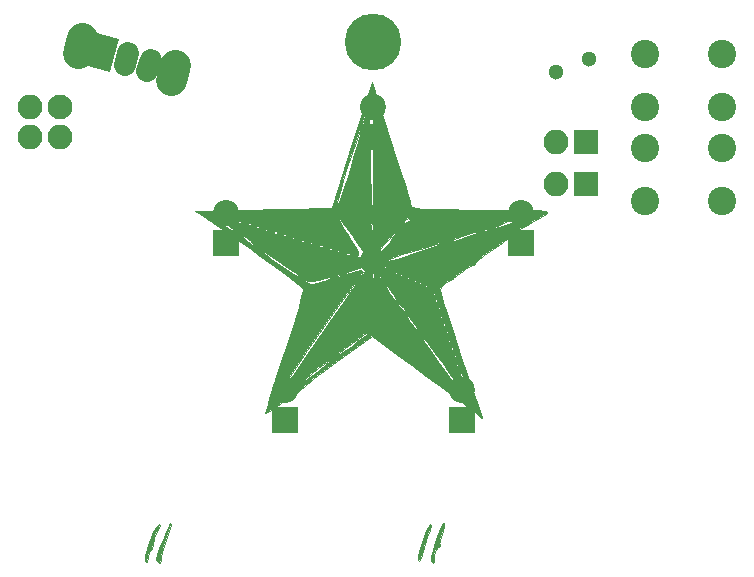
<source format=gbr>
G04 #@! TF.FileFunction,Soldermask,Top*
%FSLAX46Y46*%
G04 Gerber Fmt 4.6, Leading zero omitted, Abs format (unit mm)*
G04 Created by KiCad (PCBNEW 4.0.7) date 2018 September 05, Wednesday 09:20:39*
%MOMM*%
%LPD*%
G01*
G04 APERTURE LIST*
%ADD10C,0.100000*%
%ADD11C,0.010000*%
%ADD12C,1.300000*%
%ADD13C,2.400000*%
%ADD14C,2.100000*%
%ADD15O,2.100000X2.100000*%
%ADD16R,2.100000X2.100000*%
%ADD17C,4.800000*%
%ADD18C,1.000000*%
%ADD19C,1.900000*%
%ADD20C,2.600000*%
%ADD21R,2.200000X2.200000*%
%ADD22C,2.200000*%
G04 APERTURE END LIST*
D10*
D11*
G36*
X16900142Y4361087D02*
X16764957Y3958616D01*
X16720562Y3866302D01*
X16468095Y3246495D01*
X16341907Y2719800D01*
X16341663Y2716654D01*
X16245578Y2344172D01*
X16143588Y2257143D01*
X16001436Y2061214D01*
X15905439Y1633482D01*
X15818872Y1262399D01*
X15705656Y1331993D01*
X15698376Y1350000D01*
X15704827Y1731759D01*
X15854072Y2359983D01*
X16094777Y3091707D01*
X16375608Y3783967D01*
X16645229Y4293800D01*
X16820465Y4474977D01*
X16900142Y4361087D01*
X16900142Y4361087D01*
G37*
X16900142Y4361087D02*
X16764957Y3958616D01*
X16720562Y3866302D01*
X16468095Y3246495D01*
X16341907Y2719800D01*
X16341663Y2716654D01*
X16245578Y2344172D01*
X16143588Y2257143D01*
X16001436Y2061214D01*
X15905439Y1633482D01*
X15818872Y1262399D01*
X15705656Y1331993D01*
X15698376Y1350000D01*
X15704827Y1731759D01*
X15854072Y2359983D01*
X16094777Y3091707D01*
X16375608Y3783967D01*
X16645229Y4293800D01*
X16820465Y4474977D01*
X16900142Y4361087D01*
G36*
X17830356Y4332597D02*
X17702552Y3827791D01*
X17461188Y3119194D01*
X17456852Y3107589D01*
X17199600Y2343036D01*
X17044535Y1727289D01*
X17024128Y1406697D01*
X16971586Y1150552D01*
X16876042Y1123214D01*
X16647836Y1301871D01*
X16630310Y1406697D01*
X16704409Y1798725D01*
X16893745Y2415425D01*
X17148761Y3126571D01*
X17419898Y3801941D01*
X17657600Y4311310D01*
X17812308Y4524455D01*
X17817005Y4525000D01*
X17830356Y4332597D01*
X17830356Y4332597D01*
G37*
X17830356Y4332597D02*
X17702552Y3827791D01*
X17461188Y3119194D01*
X17456852Y3107589D01*
X17199600Y2343036D01*
X17044535Y1727289D01*
X17024128Y1406697D01*
X16971586Y1150552D01*
X16876042Y1123214D01*
X16647836Y1301871D01*
X16630310Y1406697D01*
X16704409Y1798725D01*
X16893745Y2415425D01*
X17148761Y3126571D01*
X17419898Y3801941D01*
X17657600Y4311310D01*
X17812308Y4524455D01*
X17817005Y4525000D01*
X17830356Y4332597D01*
G36*
X39880608Y4390234D02*
X39790601Y4043494D01*
X39759159Y3958036D01*
X39544750Y3320428D01*
X39304632Y2502967D01*
X39211783Y2155579D01*
X39032860Y1590773D01*
X38877936Y1324896D01*
X38807002Y1361829D01*
X38822332Y1738071D01*
X38972548Y2374925D01*
X39207441Y3118919D01*
X39476799Y3816581D01*
X39730413Y4314437D01*
X39804774Y4411607D01*
X39880608Y4390234D01*
X39880608Y4390234D01*
G37*
X39880608Y4390234D02*
X39790601Y4043494D01*
X39759159Y3958036D01*
X39544750Y3320428D01*
X39304632Y2502967D01*
X39211783Y2155579D01*
X39032860Y1590773D01*
X38877936Y1324896D01*
X38807002Y1361829D01*
X38822332Y1738071D01*
X38972548Y2374925D01*
X39207441Y3118919D01*
X39476799Y3816581D01*
X39730413Y4314437D01*
X39804774Y4411607D01*
X39880608Y4390234D01*
G36*
X40973648Y4336600D02*
X40863315Y3862307D01*
X40783036Y3617857D01*
X40621532Y3065116D01*
X40591797Y2741716D01*
X40623006Y2707242D01*
X40611454Y2610963D01*
X40471205Y2506248D01*
X40234348Y2147939D01*
X40159375Y1715971D01*
X40128722Y1230780D01*
X40019342Y1160891D01*
X39881281Y1341282D01*
X39884827Y1639940D01*
X40014033Y2207433D01*
X40224525Y2910616D01*
X40471929Y3616338D01*
X40711873Y4191454D01*
X40899981Y4502815D01*
X40942311Y4525000D01*
X40973648Y4336600D01*
X40973648Y4336600D01*
G37*
X40973648Y4336600D02*
X40863315Y3862307D01*
X40783036Y3617857D01*
X40621532Y3065116D01*
X40591797Y2741716D01*
X40623006Y2707242D01*
X40611454Y2610963D01*
X40471205Y2506248D01*
X40234348Y2147939D01*
X40159375Y1715971D01*
X40128722Y1230780D01*
X40019342Y1160891D01*
X39881281Y1341282D01*
X39884827Y1639940D01*
X40014033Y2207433D01*
X40224525Y2910616D01*
X40471929Y3616338D01*
X40711873Y4191454D01*
X40899981Y4502815D01*
X40942311Y4525000D01*
X40973648Y4336600D01*
G36*
X36407475Y37068750D02*
X36945157Y35426092D01*
X37358002Y34159241D01*
X37662845Y33213123D01*
X37876517Y32532667D01*
X38015850Y32062800D01*
X38097677Y31748447D01*
X38138829Y31534538D01*
X38156140Y31365998D01*
X38157648Y31342411D01*
X38264352Y31252415D01*
X38599269Y31182196D01*
X39203073Y31129813D01*
X40116435Y31093328D01*
X41380026Y31070800D01*
X43034518Y31060290D01*
X44102013Y31058929D01*
X45889393Y31057947D01*
X47269557Y31052620D01*
X48288858Y31039378D01*
X48993650Y31014649D01*
X49430287Y30974861D01*
X49645122Y30916443D01*
X49684510Y30835825D01*
X49594805Y30729435D01*
X49488173Y30643960D01*
X48952632Y30287094D01*
X48540884Y30080444D01*
X48156840Y29876696D01*
X47538727Y29481067D01*
X46770736Y28954985D01*
X45937057Y28359878D01*
X45121881Y27757174D01*
X44409397Y27208300D01*
X43883796Y26774685D01*
X43629268Y26517756D01*
X43617857Y26488449D01*
X43483582Y26361781D01*
X43429956Y26385790D01*
X43160979Y26321274D01*
X42719928Y26018260D01*
X42570891Y25888906D01*
X42106587Y25486205D01*
X41782890Y25243713D01*
X41737393Y25220579D01*
X41170973Y24916828D01*
X40769412Y24508309D01*
X40669643Y24232978D01*
X40739959Y23922944D01*
X40937513Y23247519D01*
X41242209Y22270289D01*
X41633952Y21054838D01*
X42092649Y19664753D01*
X42444149Y18617888D01*
X42933802Y17168023D01*
X43370329Y15872254D01*
X43734254Y14788651D01*
X44006103Y13975287D01*
X44166402Y13490233D01*
X44201738Y13376810D01*
X44037021Y13510595D01*
X43655264Y13829266D01*
X43586448Y13887078D01*
X43174143Y14214073D01*
X42488840Y14736669D01*
X41624535Y15383929D01*
X40675225Y16084915D01*
X40638234Y16112028D01*
X39535675Y16920262D01*
X38365501Y17778607D01*
X37281937Y18573908D01*
X36572784Y19094820D01*
X34857176Y20355761D01*
X31923677Y18218066D01*
X30901988Y17462752D01*
X29996901Y16773415D01*
X29278881Y16205290D01*
X28818396Y15813609D01*
X28696934Y15688846D01*
X28415244Y15409442D01*
X28279808Y15377308D01*
X28039254Y15305293D01*
X27665808Y15037130D01*
X27171730Y14649140D01*
X26607964Y14254299D01*
X26117013Y13947395D01*
X25841379Y13823217D01*
X25840854Y13823214D01*
X25880239Y14028217D01*
X26046450Y14603908D01*
X26185576Y15053581D01*
X26696501Y15053581D01*
X26830408Y15013851D01*
X27206029Y15183233D01*
X27709965Y15488664D01*
X28228814Y15857086D01*
X28649177Y16215437D01*
X28827312Y16426396D01*
X28752801Y16441858D01*
X28408419Y16226565D01*
X28113403Y16011473D01*
X27598842Y15648198D01*
X27253899Y15453966D01*
X27181962Y15444508D01*
X27282141Y15659464D01*
X27642474Y16233212D01*
X27897585Y16616697D01*
X29103571Y16616697D01*
X29261127Y16667061D01*
X29660011Y16921994D01*
X30189549Y17300020D01*
X30739067Y17719663D01*
X31197891Y18099448D01*
X31438367Y18335517D01*
X31410562Y18378090D01*
X31089584Y18184327D01*
X30541259Y17795099D01*
X30407589Y17695506D01*
X29770018Y17204172D01*
X29305418Y16821573D01*
X29105480Y16623565D01*
X29103571Y16616697D01*
X27897585Y16616697D01*
X28257124Y17157158D01*
X29120251Y18422705D01*
X29287193Y18664046D01*
X31825000Y18664046D01*
X31993872Y18737879D01*
X32440013Y19019193D01*
X33072709Y19450297D01*
X33181699Y19526856D01*
X33824914Y20000075D01*
X34275859Y20369883D01*
X34449443Y20565716D01*
X34446371Y20575653D01*
X34243088Y20492742D01*
X33797960Y20209324D01*
X33223784Y19807656D01*
X32633359Y19369996D01*
X32139483Y18978599D01*
X31854954Y18715723D01*
X31825000Y18664046D01*
X29287193Y18664046D01*
X30226018Y20021258D01*
X30628018Y20597044D01*
X38886833Y20597044D01*
X38935625Y20474806D01*
X39097958Y20210549D01*
X39406970Y19754752D01*
X39895797Y19057894D01*
X40597580Y18070453D01*
X41102803Y17362504D01*
X41783466Y16433595D01*
X42370389Y15678304D01*
X42816127Y15154134D01*
X43073233Y14918584D01*
X43115289Y14923547D01*
X43096803Y15271385D01*
X42956071Y15882791D01*
X42819563Y16331538D01*
X42593420Y16951079D01*
X42415375Y17329238D01*
X42346407Y17389860D01*
X42351530Y17137373D01*
X42484904Y16640990D01*
X42509127Y16569841D01*
X42653388Y16052068D01*
X42669456Y15751925D01*
X42660829Y15738806D01*
X42500191Y15874705D01*
X42130979Y16318496D01*
X41603718Y17005785D01*
X40968931Y17872178D01*
X40945206Y17905357D01*
X42030357Y17905357D01*
X42113334Y17718687D01*
X42181548Y17754167D01*
X42208689Y18023308D01*
X42181548Y18056548D01*
X42046724Y18025417D01*
X42030357Y17905357D01*
X40945206Y17905357D01*
X40783399Y18131632D01*
X40457239Y18585714D01*
X41803571Y18585714D01*
X41886549Y18399044D01*
X41954762Y18434524D01*
X41981904Y18703666D01*
X41954762Y18736905D01*
X41819938Y18705774D01*
X41803571Y18585714D01*
X40457239Y18585714D01*
X40127167Y19045240D01*
X39965089Y19266072D01*
X41576786Y19266072D01*
X41659763Y19079401D01*
X41727976Y19114881D01*
X41755118Y19384023D01*
X41727976Y19417262D01*
X41593152Y19386131D01*
X41576786Y19266072D01*
X39965089Y19266072D01*
X39566834Y19808696D01*
X39462366Y19946429D01*
X41350000Y19946429D01*
X41432977Y19759758D01*
X41501190Y19795238D01*
X41528332Y20064380D01*
X41501190Y20097619D01*
X41366367Y20066488D01*
X41350000Y19946429D01*
X39462366Y19946429D01*
X39153009Y20354291D01*
X38936303Y20614312D01*
X38918442Y20626786D01*
X41123214Y20626786D01*
X41206192Y20440116D01*
X41274405Y20475595D01*
X41301547Y20744737D01*
X41274405Y20777976D01*
X41139581Y20746846D01*
X41123214Y20626786D01*
X38918442Y20626786D01*
X38886833Y20597044D01*
X30628018Y20597044D01*
X31361298Y21647322D01*
X34603620Y21647322D01*
X34621875Y21180578D01*
X34673268Y21060110D01*
X34702248Y21134410D01*
X34744490Y21679021D01*
X34706825Y22041553D01*
X34667078Y22125179D01*
X37757307Y22125179D01*
X37855932Y21930804D01*
X38124104Y21540777D01*
X38461511Y21136451D01*
X38729139Y20879198D01*
X38783903Y20853572D01*
X38720656Y21012863D01*
X38524709Y21307143D01*
X40896429Y21307143D01*
X40979406Y21120473D01*
X41047619Y21155953D01*
X41074761Y21425094D01*
X41047619Y21458334D01*
X40912795Y21427203D01*
X40896429Y21307143D01*
X38524709Y21307143D01*
X38457456Y21408144D01*
X38365926Y21533929D01*
X38004836Y21987500D01*
X40669643Y21987500D01*
X40752620Y21800830D01*
X40820833Y21836310D01*
X40847975Y22105451D01*
X40820833Y22138691D01*
X40686009Y22107560D01*
X40669643Y21987500D01*
X38004836Y21987500D01*
X37996843Y21997539D01*
X37776858Y22207939D01*
X37757307Y22125179D01*
X34667078Y22125179D01*
X34647084Y22167244D01*
X34609503Y21894661D01*
X34603620Y21647322D01*
X31361298Y21647322D01*
X31568586Y21944220D01*
X32434723Y23178125D01*
X32953422Y23931960D01*
X33339251Y24524059D01*
X33407937Y24643178D01*
X34811374Y24643178D01*
X34818276Y24185277D01*
X34863337Y22554464D01*
X34890126Y23119706D01*
X37055927Y23119706D01*
X37112242Y23002266D01*
X37238929Y22837947D01*
X37569947Y22485368D01*
X37717705Y22486901D01*
X37721429Y22526696D01*
X37605865Y22667857D01*
X40442857Y22667857D01*
X40525834Y22481187D01*
X40594048Y22516667D01*
X40621189Y22785808D01*
X40594048Y22819048D01*
X40459224Y22787917D01*
X40442857Y22667857D01*
X37605865Y22667857D01*
X37566449Y22716003D01*
X37324554Y22923571D01*
X37055927Y23119706D01*
X34890126Y23119706D01*
X34941857Y24211203D01*
X34965446Y24708929D01*
X35989650Y24708929D01*
X36031035Y24548341D01*
X36275899Y24150252D01*
X36360714Y24028572D01*
X36704542Y23584547D01*
X36935304Y23356339D01*
X36958564Y23348214D01*
X40216071Y23348214D01*
X40299049Y23161544D01*
X40367262Y23197024D01*
X40394404Y23466166D01*
X40367262Y23499405D01*
X40232438Y23468274D01*
X40216071Y23348214D01*
X36958564Y23348214D01*
X36917179Y23508803D01*
X36672315Y23906891D01*
X36666539Y23915179D01*
X39989286Y23915179D01*
X40102679Y23801786D01*
X40216071Y23915179D01*
X40102679Y24028572D01*
X39989286Y23915179D01*
X36666539Y23915179D01*
X36587500Y24028572D01*
X36243672Y24472597D01*
X36119358Y24595536D01*
X39308929Y24595536D01*
X39422321Y24482143D01*
X39535714Y24595536D01*
X39422321Y24708929D01*
X39308929Y24595536D01*
X36119358Y24595536D01*
X36012910Y24700805D01*
X35989650Y24708929D01*
X34965446Y24708929D01*
X35020377Y25867941D01*
X35477220Y25345131D01*
X35934062Y24822322D01*
X38855357Y24822322D01*
X38968750Y24708929D01*
X39082143Y24822322D01*
X38968750Y24935714D01*
X38855357Y24822322D01*
X35934062Y24822322D01*
X35796016Y25049107D01*
X38401786Y25049107D01*
X38515179Y24935714D01*
X38628571Y25049107D01*
X38515179Y25162500D01*
X38401786Y25049107D01*
X35796016Y25049107D01*
X35634960Y25313691D01*
X37797024Y25313691D01*
X37828155Y25178867D01*
X37948214Y25162500D01*
X38134885Y25245478D01*
X38099405Y25313691D01*
X37830263Y25340833D01*
X37797024Y25313691D01*
X35634960Y25313691D01*
X35555617Y25444035D01*
X35510187Y25502679D01*
X37267857Y25502679D01*
X37381250Y25389286D01*
X37494643Y25502679D01*
X37381250Y25616072D01*
X37267857Y25502679D01*
X35510187Y25502679D01*
X35334500Y25729464D01*
X36814286Y25729464D01*
X36927679Y25616072D01*
X37041071Y25729464D01*
X36927679Y25842857D01*
X36814286Y25729464D01*
X35334500Y25729464D01*
X35221759Y25874995D01*
X34990000Y25891262D01*
X34854989Y25483702D01*
X34811374Y24643178D01*
X33407937Y24643178D01*
X33541362Y24874569D01*
X33553910Y24935714D01*
X33387512Y24757623D01*
X33009214Y24263274D01*
X32460574Y23512556D01*
X31783152Y22565359D01*
X31018504Y21481572D01*
X30208189Y20321084D01*
X29393766Y19143784D01*
X28616792Y18009560D01*
X27918826Y16978303D01*
X27341426Y16109900D01*
X26926150Y15464242D01*
X26714556Y15101217D01*
X26696501Y15053581D01*
X26185576Y15053581D01*
X26321006Y15491308D01*
X26685422Y16631440D01*
X27121216Y17965328D01*
X27442086Y18932545D01*
X27917240Y20383501D01*
X28331408Y21700479D01*
X28665949Y22819799D01*
X28902224Y23677783D01*
X29021591Y24210753D01*
X29028287Y24351218D01*
X28817771Y24564281D01*
X28298228Y24990341D01*
X27532767Y25583078D01*
X26584494Y26296176D01*
X25516517Y27083315D01*
X24644389Y27715256D01*
X25356451Y27715256D01*
X25361607Y27709247D01*
X25727137Y27382140D01*
X26338142Y26914775D01*
X27098662Y26371892D01*
X27912737Y25818232D01*
X28684406Y25318537D01*
X29317709Y24937547D01*
X29716685Y24740004D01*
X29783165Y24726182D01*
X30213709Y24815971D01*
X30823686Y25013607D01*
X30917857Y25049107D01*
X31411240Y25263801D01*
X31499363Y25359649D01*
X31216072Y25331437D01*
X30595213Y25173953D01*
X30427402Y25124656D01*
X29800930Y24980255D01*
X29362027Y25043042D01*
X28926984Y25307817D01*
X28602096Y25540476D01*
X31900595Y25540476D01*
X31931726Y25405653D01*
X32051786Y25389286D01*
X32238456Y25472263D01*
X32202976Y25540476D01*
X31933835Y25567618D01*
X31900595Y25540476D01*
X28602096Y25540476D01*
X28447796Y25650973D01*
X32621401Y25650973D01*
X32660683Y25632051D01*
X33062211Y25695849D01*
X33511129Y25837244D01*
X33971908Y25936362D01*
X34083915Y25771588D01*
X33922768Y25486542D01*
X33924703Y25463261D01*
X34167451Y25715537D01*
X34169685Y25717956D01*
X34408166Y26064575D01*
X34392273Y26183036D01*
X35907143Y26183036D01*
X36020536Y26069643D01*
X36133929Y26183036D01*
X36020536Y26296429D01*
X35907143Y26183036D01*
X34392273Y26183036D01*
X34385056Y26236827D01*
X34062438Y26206660D01*
X33499696Y26049858D01*
X33287692Y25976035D01*
X32804690Y25776178D01*
X32621401Y25650973D01*
X28447796Y25650973D01*
X28064712Y25925306D01*
X27215365Y26519575D01*
X27202882Y26528108D01*
X35453571Y26528108D01*
X35655278Y26541555D01*
X36206560Y26676366D01*
X37026658Y26910585D01*
X38034815Y27222258D01*
X38191287Y27272407D01*
X39213868Y27609224D01*
X40050201Y27899302D01*
X40621915Y28114358D01*
X40850637Y28226111D01*
X40850651Y28232087D01*
X40612411Y28205632D01*
X40049132Y28063588D01*
X39262007Y27837906D01*
X38352230Y27560533D01*
X37420994Y27263419D01*
X36569494Y26978513D01*
X35898924Y26737764D01*
X35510476Y26573122D01*
X35453571Y26528108D01*
X27202882Y26528108D01*
X26449403Y27043163D01*
X26125374Y27257792D01*
X32603718Y27257792D01*
X32826637Y27221476D01*
X33120781Y27263172D01*
X33124293Y27340588D01*
X32820765Y27394726D01*
X32689620Y27358492D01*
X32603718Y27257792D01*
X26125374Y27257792D01*
X25837289Y27448612D01*
X25622351Y27581548D01*
X31900595Y27581548D01*
X31931726Y27446724D01*
X32051786Y27430357D01*
X32238456Y27513335D01*
X32202976Y27581548D01*
X31933835Y27608690D01*
X31900595Y27581548D01*
X25622351Y27581548D01*
X25449484Y27688463D01*
X25356451Y27715256D01*
X24644389Y27715256D01*
X24515934Y27808334D01*
X31220238Y27808334D01*
X31251369Y27673510D01*
X31371429Y27657143D01*
X31558099Y27740120D01*
X31522619Y27808334D01*
X31253477Y27835475D01*
X31220238Y27808334D01*
X24515934Y27808334D01*
X24391942Y27898178D01*
X23273877Y28694446D01*
X23043772Y28854958D01*
X23844297Y28854958D01*
X24023240Y28644712D01*
X24227679Y28464008D01*
X24761484Y28033813D01*
X24993088Y27903199D01*
X24976549Y27938149D01*
X30335861Y27938149D01*
X30558780Y27901833D01*
X30852924Y27943529D01*
X30856436Y28020945D01*
X30552908Y28075083D01*
X30421763Y28038849D01*
X30335861Y27938149D01*
X24976549Y27938149D01*
X24910883Y28076910D01*
X24784367Y28236489D01*
X24755158Y28261905D01*
X29632738Y28261905D01*
X29663869Y28127081D01*
X29783929Y28110714D01*
X29970599Y28193692D01*
X29935119Y28261905D01*
X29665977Y28289047D01*
X29632738Y28261905D01*
X24755158Y28261905D01*
X24605963Y28391721D01*
X28748361Y28391721D01*
X28971280Y28355404D01*
X29265424Y28397100D01*
X29268936Y28474517D01*
X28965408Y28528654D01*
X28834263Y28492421D01*
X28748361Y28391721D01*
X24605963Y28391721D01*
X24335238Y28627281D01*
X24187267Y28715476D01*
X28045238Y28715476D01*
X28076369Y28580653D01*
X28196429Y28564286D01*
X28383099Y28647263D01*
X28347619Y28715476D01*
X28078477Y28742618D01*
X28045238Y28715476D01*
X24187267Y28715476D01*
X24019545Y28815442D01*
X23844297Y28854958D01*
X23043772Y28854958D01*
X22918616Y28942262D01*
X27364881Y28942262D01*
X27396012Y28807438D01*
X27516071Y28791072D01*
X27702742Y28874049D01*
X27667262Y28942262D01*
X27398120Y28969404D01*
X27364881Y28942262D01*
X22918616Y28942262D01*
X22225428Y29425801D01*
X21309703Y30045924D01*
X20939286Y30288248D01*
X20799045Y30378572D01*
X21757899Y30378572D01*
X21791381Y30259435D01*
X22115279Y29954281D01*
X22429690Y29704524D01*
X23056521Y29251337D01*
X23378266Y29061636D01*
X23377975Y29072078D01*
X26480504Y29072078D01*
X26703423Y29035761D01*
X26997567Y29077457D01*
X27001079Y29154874D01*
X26697551Y29209011D01*
X26566406Y29172778D01*
X26480504Y29072078D01*
X23377975Y29072078D01*
X23376208Y29135256D01*
X23109597Y29395834D01*
X25777381Y29395834D01*
X25808512Y29261010D01*
X25928571Y29244643D01*
X26115242Y29327620D01*
X26079762Y29395834D01*
X25810620Y29422975D01*
X25777381Y29395834D01*
X23109597Y29395834D01*
X23031632Y29472034D01*
X22859235Y29622619D01*
X25097024Y29622619D01*
X25128155Y29487795D01*
X25248214Y29471429D01*
X25434885Y29554406D01*
X25399405Y29622619D01*
X25130263Y29649761D01*
X25097024Y29622619D01*
X22859235Y29622619D01*
X22762138Y29707431D01*
X22704531Y29752435D01*
X24212647Y29752435D01*
X24435565Y29716119D01*
X24729710Y29757815D01*
X24733222Y29835231D01*
X24429694Y29889369D01*
X24298549Y29853135D01*
X24212647Y29752435D01*
X22704531Y29752435D01*
X22290103Y30076191D01*
X23509524Y30076191D01*
X23540655Y29941367D01*
X23660714Y29925000D01*
X23847385Y30007978D01*
X23811905Y30076191D01*
X23542763Y30103333D01*
X23509524Y30076191D01*
X22290103Y30076191D01*
X22244372Y30111916D01*
X22090043Y30206006D01*
X22625147Y30206006D01*
X22848065Y30169690D01*
X23142210Y30211386D01*
X23145722Y30288802D01*
X22842194Y30342940D01*
X22711049Y30306706D01*
X22625147Y30206006D01*
X22090043Y30206006D01*
X21852304Y30350948D01*
X21757899Y30378572D01*
X20799045Y30378572D01*
X20541963Y30544149D01*
X31902945Y30544149D01*
X32094471Y30164294D01*
X32468291Y29543038D01*
X32946044Y28810174D01*
X32980212Y28759730D01*
X33462219Y28014452D01*
X33693791Y27544390D01*
X33706352Y27269397D01*
X33609259Y27155349D01*
X33448581Y27008453D01*
X33686405Y27058597D01*
X33695982Y27061668D01*
X34023772Y27070910D01*
X34092857Y26969668D01*
X34265651Y26756332D01*
X34319643Y26750000D01*
X34540565Y26819312D01*
X34546429Y26839513D01*
X34425310Y27050838D01*
X34259155Y27305605D01*
X35326005Y27305605D01*
X35376137Y27269421D01*
X35376334Y27269542D01*
X35647310Y27519113D01*
X36100656Y28014404D01*
X36388976Y28354070D01*
X41479690Y28354070D01*
X41822690Y28413125D01*
X42423502Y28581998D01*
X42795999Y28703185D01*
X43390138Y28926458D01*
X43739212Y29098706D01*
X43782057Y29156038D01*
X43539560Y29133674D01*
X43002091Y28985782D01*
X42465748Y28806923D01*
X41852956Y28573761D01*
X41503559Y28409077D01*
X41479690Y28354070D01*
X36388976Y28354070D01*
X36616126Y28621672D01*
X37019244Y29136019D01*
X37184498Y29395834D01*
X44373809Y29395834D01*
X44404940Y29261010D01*
X44525000Y29244643D01*
X44711670Y29327620D01*
X44676190Y29395834D01*
X44407049Y29422975D01*
X44373809Y29395834D01*
X37184498Y29395834D01*
X37193208Y29409527D01*
X37108513Y29393821D01*
X37065252Y29358036D01*
X36696726Y29000539D01*
X36265144Y28525790D01*
X35843902Y28024546D01*
X35506391Y27587566D01*
X35326005Y27305605D01*
X34259155Y27305605D01*
X34097423Y27553590D01*
X33615971Y28267521D01*
X33155652Y28937281D01*
X32697355Y29584822D01*
X34838078Y29584822D01*
X34852489Y29046993D01*
X34892911Y28850403D01*
X34932856Y28958043D01*
X34971471Y29546369D01*
X45168821Y29546369D01*
X45205357Y29506582D01*
X45602649Y29581658D01*
X46246181Y29773663D01*
X46679464Y29925000D01*
X47239169Y30151684D01*
X47509750Y30303631D01*
X47473214Y30343418D01*
X47075922Y30268343D01*
X46432390Y30076338D01*
X45999107Y29925000D01*
X45439402Y29698316D01*
X45168821Y29546369D01*
X34971471Y29546369D01*
X34973693Y29580211D01*
X34935951Y30091971D01*
X34916203Y30151786D01*
X37608036Y30151786D01*
X37618403Y29942473D01*
X37694660Y29925000D01*
X38015262Y30090498D01*
X38061607Y30151786D01*
X38051240Y30361099D01*
X37974983Y30378572D01*
X37654381Y30213074D01*
X37608036Y30151786D01*
X34916203Y30151786D01*
X34883991Y30249350D01*
X34848280Y30004236D01*
X34838078Y29584822D01*
X32697355Y29584822D01*
X32612276Y29705031D01*
X32193852Y30263432D01*
X31945291Y30554874D01*
X31902945Y30544149D01*
X20541963Y30544149D01*
X20237911Y30739977D01*
X44420193Y30739977D01*
X44558858Y30713371D01*
X45071084Y30695535D01*
X45885714Y30689260D01*
X46721659Y30695933D01*
X47222790Y30714086D01*
X47349107Y30740921D01*
X47076339Y30772553D01*
X46080509Y30806131D01*
X45016727Y30790145D01*
X44695089Y30772553D01*
X44420193Y30739977D01*
X20237911Y30739977D01*
X19918750Y30945536D01*
X31447430Y31172322D01*
X31462745Y31220345D01*
X31806266Y31220345D01*
X31808296Y31058929D01*
X31920503Y31265172D01*
X32141417Y31840557D01*
X32448476Y32720062D01*
X32819120Y33838669D01*
X33230785Y35131356D01*
X33313271Y35396091D01*
X34659821Y39733254D01*
X34721312Y35282698D01*
X34745424Y33917843D01*
X34776592Y32722313D01*
X34812196Y31764643D01*
X34849617Y31113368D01*
X34886236Y30837023D01*
X34891401Y30832143D01*
X34923864Y31047807D01*
X34952454Y31650327D01*
X34975630Y32572993D01*
X34991850Y33749094D01*
X34999571Y35111920D01*
X35000000Y35529847D01*
X34996462Y37110688D01*
X34983424Y38287770D01*
X34957248Y39110867D01*
X34914296Y39629754D01*
X34850929Y39894206D01*
X34763511Y39953996D01*
X34680933Y39895472D01*
X34524332Y39599480D01*
X34272116Y38971816D01*
X33949234Y38089232D01*
X33580638Y37028476D01*
X33191277Y35866299D01*
X32806102Y34679451D01*
X32450063Y33544682D01*
X32148111Y32538741D01*
X31925195Y31738379D01*
X31806266Y31220345D01*
X31462745Y31220345D01*
X31736741Y32079464D01*
X31894222Y32573216D01*
X32163181Y33416450D01*
X32517258Y34526528D01*
X32930095Y35820810D01*
X33375333Y37216659D01*
X33436662Y37408929D01*
X34847271Y41831250D01*
X36407475Y37068750D01*
X36407475Y37068750D01*
G37*
X36407475Y37068750D02*
X36945157Y35426092D01*
X37358002Y34159241D01*
X37662845Y33213123D01*
X37876517Y32532667D01*
X38015850Y32062800D01*
X38097677Y31748447D01*
X38138829Y31534538D01*
X38156140Y31365998D01*
X38157648Y31342411D01*
X38264352Y31252415D01*
X38599269Y31182196D01*
X39203073Y31129813D01*
X40116435Y31093328D01*
X41380026Y31070800D01*
X43034518Y31060290D01*
X44102013Y31058929D01*
X45889393Y31057947D01*
X47269557Y31052620D01*
X48288858Y31039378D01*
X48993650Y31014649D01*
X49430287Y30974861D01*
X49645122Y30916443D01*
X49684510Y30835825D01*
X49594805Y30729435D01*
X49488173Y30643960D01*
X48952632Y30287094D01*
X48540884Y30080444D01*
X48156840Y29876696D01*
X47538727Y29481067D01*
X46770736Y28954985D01*
X45937057Y28359878D01*
X45121881Y27757174D01*
X44409397Y27208300D01*
X43883796Y26774685D01*
X43629268Y26517756D01*
X43617857Y26488449D01*
X43483582Y26361781D01*
X43429956Y26385790D01*
X43160979Y26321274D01*
X42719928Y26018260D01*
X42570891Y25888906D01*
X42106587Y25486205D01*
X41782890Y25243713D01*
X41737393Y25220579D01*
X41170973Y24916828D01*
X40769412Y24508309D01*
X40669643Y24232978D01*
X40739959Y23922944D01*
X40937513Y23247519D01*
X41242209Y22270289D01*
X41633952Y21054838D01*
X42092649Y19664753D01*
X42444149Y18617888D01*
X42933802Y17168023D01*
X43370329Y15872254D01*
X43734254Y14788651D01*
X44006103Y13975287D01*
X44166402Y13490233D01*
X44201738Y13376810D01*
X44037021Y13510595D01*
X43655264Y13829266D01*
X43586448Y13887078D01*
X43174143Y14214073D01*
X42488840Y14736669D01*
X41624535Y15383929D01*
X40675225Y16084915D01*
X40638234Y16112028D01*
X39535675Y16920262D01*
X38365501Y17778607D01*
X37281937Y18573908D01*
X36572784Y19094820D01*
X34857176Y20355761D01*
X31923677Y18218066D01*
X30901988Y17462752D01*
X29996901Y16773415D01*
X29278881Y16205290D01*
X28818396Y15813609D01*
X28696934Y15688846D01*
X28415244Y15409442D01*
X28279808Y15377308D01*
X28039254Y15305293D01*
X27665808Y15037130D01*
X27171730Y14649140D01*
X26607964Y14254299D01*
X26117013Y13947395D01*
X25841379Y13823217D01*
X25840854Y13823214D01*
X25880239Y14028217D01*
X26046450Y14603908D01*
X26185576Y15053581D01*
X26696501Y15053581D01*
X26830408Y15013851D01*
X27206029Y15183233D01*
X27709965Y15488664D01*
X28228814Y15857086D01*
X28649177Y16215437D01*
X28827312Y16426396D01*
X28752801Y16441858D01*
X28408419Y16226565D01*
X28113403Y16011473D01*
X27598842Y15648198D01*
X27253899Y15453966D01*
X27181962Y15444508D01*
X27282141Y15659464D01*
X27642474Y16233212D01*
X27897585Y16616697D01*
X29103571Y16616697D01*
X29261127Y16667061D01*
X29660011Y16921994D01*
X30189549Y17300020D01*
X30739067Y17719663D01*
X31197891Y18099448D01*
X31438367Y18335517D01*
X31410562Y18378090D01*
X31089584Y18184327D01*
X30541259Y17795099D01*
X30407589Y17695506D01*
X29770018Y17204172D01*
X29305418Y16821573D01*
X29105480Y16623565D01*
X29103571Y16616697D01*
X27897585Y16616697D01*
X28257124Y17157158D01*
X29120251Y18422705D01*
X29287193Y18664046D01*
X31825000Y18664046D01*
X31993872Y18737879D01*
X32440013Y19019193D01*
X33072709Y19450297D01*
X33181699Y19526856D01*
X33824914Y20000075D01*
X34275859Y20369883D01*
X34449443Y20565716D01*
X34446371Y20575653D01*
X34243088Y20492742D01*
X33797960Y20209324D01*
X33223784Y19807656D01*
X32633359Y19369996D01*
X32139483Y18978599D01*
X31854954Y18715723D01*
X31825000Y18664046D01*
X29287193Y18664046D01*
X30226018Y20021258D01*
X30628018Y20597044D01*
X38886833Y20597044D01*
X38935625Y20474806D01*
X39097958Y20210549D01*
X39406970Y19754752D01*
X39895797Y19057894D01*
X40597580Y18070453D01*
X41102803Y17362504D01*
X41783466Y16433595D01*
X42370389Y15678304D01*
X42816127Y15154134D01*
X43073233Y14918584D01*
X43115289Y14923547D01*
X43096803Y15271385D01*
X42956071Y15882791D01*
X42819563Y16331538D01*
X42593420Y16951079D01*
X42415375Y17329238D01*
X42346407Y17389860D01*
X42351530Y17137373D01*
X42484904Y16640990D01*
X42509127Y16569841D01*
X42653388Y16052068D01*
X42669456Y15751925D01*
X42660829Y15738806D01*
X42500191Y15874705D01*
X42130979Y16318496D01*
X41603718Y17005785D01*
X40968931Y17872178D01*
X40945206Y17905357D01*
X42030357Y17905357D01*
X42113334Y17718687D01*
X42181548Y17754167D01*
X42208689Y18023308D01*
X42181548Y18056548D01*
X42046724Y18025417D01*
X42030357Y17905357D01*
X40945206Y17905357D01*
X40783399Y18131632D01*
X40457239Y18585714D01*
X41803571Y18585714D01*
X41886549Y18399044D01*
X41954762Y18434524D01*
X41981904Y18703666D01*
X41954762Y18736905D01*
X41819938Y18705774D01*
X41803571Y18585714D01*
X40457239Y18585714D01*
X40127167Y19045240D01*
X39965089Y19266072D01*
X41576786Y19266072D01*
X41659763Y19079401D01*
X41727976Y19114881D01*
X41755118Y19384023D01*
X41727976Y19417262D01*
X41593152Y19386131D01*
X41576786Y19266072D01*
X39965089Y19266072D01*
X39566834Y19808696D01*
X39462366Y19946429D01*
X41350000Y19946429D01*
X41432977Y19759758D01*
X41501190Y19795238D01*
X41528332Y20064380D01*
X41501190Y20097619D01*
X41366367Y20066488D01*
X41350000Y19946429D01*
X39462366Y19946429D01*
X39153009Y20354291D01*
X38936303Y20614312D01*
X38918442Y20626786D01*
X41123214Y20626786D01*
X41206192Y20440116D01*
X41274405Y20475595D01*
X41301547Y20744737D01*
X41274405Y20777976D01*
X41139581Y20746846D01*
X41123214Y20626786D01*
X38918442Y20626786D01*
X38886833Y20597044D01*
X30628018Y20597044D01*
X31361298Y21647322D01*
X34603620Y21647322D01*
X34621875Y21180578D01*
X34673268Y21060110D01*
X34702248Y21134410D01*
X34744490Y21679021D01*
X34706825Y22041553D01*
X34667078Y22125179D01*
X37757307Y22125179D01*
X37855932Y21930804D01*
X38124104Y21540777D01*
X38461511Y21136451D01*
X38729139Y20879198D01*
X38783903Y20853572D01*
X38720656Y21012863D01*
X38524709Y21307143D01*
X40896429Y21307143D01*
X40979406Y21120473D01*
X41047619Y21155953D01*
X41074761Y21425094D01*
X41047619Y21458334D01*
X40912795Y21427203D01*
X40896429Y21307143D01*
X38524709Y21307143D01*
X38457456Y21408144D01*
X38365926Y21533929D01*
X38004836Y21987500D01*
X40669643Y21987500D01*
X40752620Y21800830D01*
X40820833Y21836310D01*
X40847975Y22105451D01*
X40820833Y22138691D01*
X40686009Y22107560D01*
X40669643Y21987500D01*
X38004836Y21987500D01*
X37996843Y21997539D01*
X37776858Y22207939D01*
X37757307Y22125179D01*
X34667078Y22125179D01*
X34647084Y22167244D01*
X34609503Y21894661D01*
X34603620Y21647322D01*
X31361298Y21647322D01*
X31568586Y21944220D01*
X32434723Y23178125D01*
X32953422Y23931960D01*
X33339251Y24524059D01*
X33407937Y24643178D01*
X34811374Y24643178D01*
X34818276Y24185277D01*
X34863337Y22554464D01*
X34890126Y23119706D01*
X37055927Y23119706D01*
X37112242Y23002266D01*
X37238929Y22837947D01*
X37569947Y22485368D01*
X37717705Y22486901D01*
X37721429Y22526696D01*
X37605865Y22667857D01*
X40442857Y22667857D01*
X40525834Y22481187D01*
X40594048Y22516667D01*
X40621189Y22785808D01*
X40594048Y22819048D01*
X40459224Y22787917D01*
X40442857Y22667857D01*
X37605865Y22667857D01*
X37566449Y22716003D01*
X37324554Y22923571D01*
X37055927Y23119706D01*
X34890126Y23119706D01*
X34941857Y24211203D01*
X34965446Y24708929D01*
X35989650Y24708929D01*
X36031035Y24548341D01*
X36275899Y24150252D01*
X36360714Y24028572D01*
X36704542Y23584547D01*
X36935304Y23356339D01*
X36958564Y23348214D01*
X40216071Y23348214D01*
X40299049Y23161544D01*
X40367262Y23197024D01*
X40394404Y23466166D01*
X40367262Y23499405D01*
X40232438Y23468274D01*
X40216071Y23348214D01*
X36958564Y23348214D01*
X36917179Y23508803D01*
X36672315Y23906891D01*
X36666539Y23915179D01*
X39989286Y23915179D01*
X40102679Y23801786D01*
X40216071Y23915179D01*
X40102679Y24028572D01*
X39989286Y23915179D01*
X36666539Y23915179D01*
X36587500Y24028572D01*
X36243672Y24472597D01*
X36119358Y24595536D01*
X39308929Y24595536D01*
X39422321Y24482143D01*
X39535714Y24595536D01*
X39422321Y24708929D01*
X39308929Y24595536D01*
X36119358Y24595536D01*
X36012910Y24700805D01*
X35989650Y24708929D01*
X34965446Y24708929D01*
X35020377Y25867941D01*
X35477220Y25345131D01*
X35934062Y24822322D01*
X38855357Y24822322D01*
X38968750Y24708929D01*
X39082143Y24822322D01*
X38968750Y24935714D01*
X38855357Y24822322D01*
X35934062Y24822322D01*
X35796016Y25049107D01*
X38401786Y25049107D01*
X38515179Y24935714D01*
X38628571Y25049107D01*
X38515179Y25162500D01*
X38401786Y25049107D01*
X35796016Y25049107D01*
X35634960Y25313691D01*
X37797024Y25313691D01*
X37828155Y25178867D01*
X37948214Y25162500D01*
X38134885Y25245478D01*
X38099405Y25313691D01*
X37830263Y25340833D01*
X37797024Y25313691D01*
X35634960Y25313691D01*
X35555617Y25444035D01*
X35510187Y25502679D01*
X37267857Y25502679D01*
X37381250Y25389286D01*
X37494643Y25502679D01*
X37381250Y25616072D01*
X37267857Y25502679D01*
X35510187Y25502679D01*
X35334500Y25729464D01*
X36814286Y25729464D01*
X36927679Y25616072D01*
X37041071Y25729464D01*
X36927679Y25842857D01*
X36814286Y25729464D01*
X35334500Y25729464D01*
X35221759Y25874995D01*
X34990000Y25891262D01*
X34854989Y25483702D01*
X34811374Y24643178D01*
X33407937Y24643178D01*
X33541362Y24874569D01*
X33553910Y24935714D01*
X33387512Y24757623D01*
X33009214Y24263274D01*
X32460574Y23512556D01*
X31783152Y22565359D01*
X31018504Y21481572D01*
X30208189Y20321084D01*
X29393766Y19143784D01*
X28616792Y18009560D01*
X27918826Y16978303D01*
X27341426Y16109900D01*
X26926150Y15464242D01*
X26714556Y15101217D01*
X26696501Y15053581D01*
X26185576Y15053581D01*
X26321006Y15491308D01*
X26685422Y16631440D01*
X27121216Y17965328D01*
X27442086Y18932545D01*
X27917240Y20383501D01*
X28331408Y21700479D01*
X28665949Y22819799D01*
X28902224Y23677783D01*
X29021591Y24210753D01*
X29028287Y24351218D01*
X28817771Y24564281D01*
X28298228Y24990341D01*
X27532767Y25583078D01*
X26584494Y26296176D01*
X25516517Y27083315D01*
X24644389Y27715256D01*
X25356451Y27715256D01*
X25361607Y27709247D01*
X25727137Y27382140D01*
X26338142Y26914775D01*
X27098662Y26371892D01*
X27912737Y25818232D01*
X28684406Y25318537D01*
X29317709Y24937547D01*
X29716685Y24740004D01*
X29783165Y24726182D01*
X30213709Y24815971D01*
X30823686Y25013607D01*
X30917857Y25049107D01*
X31411240Y25263801D01*
X31499363Y25359649D01*
X31216072Y25331437D01*
X30595213Y25173953D01*
X30427402Y25124656D01*
X29800930Y24980255D01*
X29362027Y25043042D01*
X28926984Y25307817D01*
X28602096Y25540476D01*
X31900595Y25540476D01*
X31931726Y25405653D01*
X32051786Y25389286D01*
X32238456Y25472263D01*
X32202976Y25540476D01*
X31933835Y25567618D01*
X31900595Y25540476D01*
X28602096Y25540476D01*
X28447796Y25650973D01*
X32621401Y25650973D01*
X32660683Y25632051D01*
X33062211Y25695849D01*
X33511129Y25837244D01*
X33971908Y25936362D01*
X34083915Y25771588D01*
X33922768Y25486542D01*
X33924703Y25463261D01*
X34167451Y25715537D01*
X34169685Y25717956D01*
X34408166Y26064575D01*
X34392273Y26183036D01*
X35907143Y26183036D01*
X36020536Y26069643D01*
X36133929Y26183036D01*
X36020536Y26296429D01*
X35907143Y26183036D01*
X34392273Y26183036D01*
X34385056Y26236827D01*
X34062438Y26206660D01*
X33499696Y26049858D01*
X33287692Y25976035D01*
X32804690Y25776178D01*
X32621401Y25650973D01*
X28447796Y25650973D01*
X28064712Y25925306D01*
X27215365Y26519575D01*
X27202882Y26528108D01*
X35453571Y26528108D01*
X35655278Y26541555D01*
X36206560Y26676366D01*
X37026658Y26910585D01*
X38034815Y27222258D01*
X38191287Y27272407D01*
X39213868Y27609224D01*
X40050201Y27899302D01*
X40621915Y28114358D01*
X40850637Y28226111D01*
X40850651Y28232087D01*
X40612411Y28205632D01*
X40049132Y28063588D01*
X39262007Y27837906D01*
X38352230Y27560533D01*
X37420994Y27263419D01*
X36569494Y26978513D01*
X35898924Y26737764D01*
X35510476Y26573122D01*
X35453571Y26528108D01*
X27202882Y26528108D01*
X26449403Y27043163D01*
X26125374Y27257792D01*
X32603718Y27257792D01*
X32826637Y27221476D01*
X33120781Y27263172D01*
X33124293Y27340588D01*
X32820765Y27394726D01*
X32689620Y27358492D01*
X32603718Y27257792D01*
X26125374Y27257792D01*
X25837289Y27448612D01*
X25622351Y27581548D01*
X31900595Y27581548D01*
X31931726Y27446724D01*
X32051786Y27430357D01*
X32238456Y27513335D01*
X32202976Y27581548D01*
X31933835Y27608690D01*
X31900595Y27581548D01*
X25622351Y27581548D01*
X25449484Y27688463D01*
X25356451Y27715256D01*
X24644389Y27715256D01*
X24515934Y27808334D01*
X31220238Y27808334D01*
X31251369Y27673510D01*
X31371429Y27657143D01*
X31558099Y27740120D01*
X31522619Y27808334D01*
X31253477Y27835475D01*
X31220238Y27808334D01*
X24515934Y27808334D01*
X24391942Y27898178D01*
X23273877Y28694446D01*
X23043772Y28854958D01*
X23844297Y28854958D01*
X24023240Y28644712D01*
X24227679Y28464008D01*
X24761484Y28033813D01*
X24993088Y27903199D01*
X24976549Y27938149D01*
X30335861Y27938149D01*
X30558780Y27901833D01*
X30852924Y27943529D01*
X30856436Y28020945D01*
X30552908Y28075083D01*
X30421763Y28038849D01*
X30335861Y27938149D01*
X24976549Y27938149D01*
X24910883Y28076910D01*
X24784367Y28236489D01*
X24755158Y28261905D01*
X29632738Y28261905D01*
X29663869Y28127081D01*
X29783929Y28110714D01*
X29970599Y28193692D01*
X29935119Y28261905D01*
X29665977Y28289047D01*
X29632738Y28261905D01*
X24755158Y28261905D01*
X24605963Y28391721D01*
X28748361Y28391721D01*
X28971280Y28355404D01*
X29265424Y28397100D01*
X29268936Y28474517D01*
X28965408Y28528654D01*
X28834263Y28492421D01*
X28748361Y28391721D01*
X24605963Y28391721D01*
X24335238Y28627281D01*
X24187267Y28715476D01*
X28045238Y28715476D01*
X28076369Y28580653D01*
X28196429Y28564286D01*
X28383099Y28647263D01*
X28347619Y28715476D01*
X28078477Y28742618D01*
X28045238Y28715476D01*
X24187267Y28715476D01*
X24019545Y28815442D01*
X23844297Y28854958D01*
X23043772Y28854958D01*
X22918616Y28942262D01*
X27364881Y28942262D01*
X27396012Y28807438D01*
X27516071Y28791072D01*
X27702742Y28874049D01*
X27667262Y28942262D01*
X27398120Y28969404D01*
X27364881Y28942262D01*
X22918616Y28942262D01*
X22225428Y29425801D01*
X21309703Y30045924D01*
X20939286Y30288248D01*
X20799045Y30378572D01*
X21757899Y30378572D01*
X21791381Y30259435D01*
X22115279Y29954281D01*
X22429690Y29704524D01*
X23056521Y29251337D01*
X23378266Y29061636D01*
X23377975Y29072078D01*
X26480504Y29072078D01*
X26703423Y29035761D01*
X26997567Y29077457D01*
X27001079Y29154874D01*
X26697551Y29209011D01*
X26566406Y29172778D01*
X26480504Y29072078D01*
X23377975Y29072078D01*
X23376208Y29135256D01*
X23109597Y29395834D01*
X25777381Y29395834D01*
X25808512Y29261010D01*
X25928571Y29244643D01*
X26115242Y29327620D01*
X26079762Y29395834D01*
X25810620Y29422975D01*
X25777381Y29395834D01*
X23109597Y29395834D01*
X23031632Y29472034D01*
X22859235Y29622619D01*
X25097024Y29622619D01*
X25128155Y29487795D01*
X25248214Y29471429D01*
X25434885Y29554406D01*
X25399405Y29622619D01*
X25130263Y29649761D01*
X25097024Y29622619D01*
X22859235Y29622619D01*
X22762138Y29707431D01*
X22704531Y29752435D01*
X24212647Y29752435D01*
X24435565Y29716119D01*
X24729710Y29757815D01*
X24733222Y29835231D01*
X24429694Y29889369D01*
X24298549Y29853135D01*
X24212647Y29752435D01*
X22704531Y29752435D01*
X22290103Y30076191D01*
X23509524Y30076191D01*
X23540655Y29941367D01*
X23660714Y29925000D01*
X23847385Y30007978D01*
X23811905Y30076191D01*
X23542763Y30103333D01*
X23509524Y30076191D01*
X22290103Y30076191D01*
X22244372Y30111916D01*
X22090043Y30206006D01*
X22625147Y30206006D01*
X22848065Y30169690D01*
X23142210Y30211386D01*
X23145722Y30288802D01*
X22842194Y30342940D01*
X22711049Y30306706D01*
X22625147Y30206006D01*
X22090043Y30206006D01*
X21852304Y30350948D01*
X21757899Y30378572D01*
X20799045Y30378572D01*
X20541963Y30544149D01*
X31902945Y30544149D01*
X32094471Y30164294D01*
X32468291Y29543038D01*
X32946044Y28810174D01*
X32980212Y28759730D01*
X33462219Y28014452D01*
X33693791Y27544390D01*
X33706352Y27269397D01*
X33609259Y27155349D01*
X33448581Y27008453D01*
X33686405Y27058597D01*
X33695982Y27061668D01*
X34023772Y27070910D01*
X34092857Y26969668D01*
X34265651Y26756332D01*
X34319643Y26750000D01*
X34540565Y26819312D01*
X34546429Y26839513D01*
X34425310Y27050838D01*
X34259155Y27305605D01*
X35326005Y27305605D01*
X35376137Y27269421D01*
X35376334Y27269542D01*
X35647310Y27519113D01*
X36100656Y28014404D01*
X36388976Y28354070D01*
X41479690Y28354070D01*
X41822690Y28413125D01*
X42423502Y28581998D01*
X42795999Y28703185D01*
X43390138Y28926458D01*
X43739212Y29098706D01*
X43782057Y29156038D01*
X43539560Y29133674D01*
X43002091Y28985782D01*
X42465748Y28806923D01*
X41852956Y28573761D01*
X41503559Y28409077D01*
X41479690Y28354070D01*
X36388976Y28354070D01*
X36616126Y28621672D01*
X37019244Y29136019D01*
X37184498Y29395834D01*
X44373809Y29395834D01*
X44404940Y29261010D01*
X44525000Y29244643D01*
X44711670Y29327620D01*
X44676190Y29395834D01*
X44407049Y29422975D01*
X44373809Y29395834D01*
X37184498Y29395834D01*
X37193208Y29409527D01*
X37108513Y29393821D01*
X37065252Y29358036D01*
X36696726Y29000539D01*
X36265144Y28525790D01*
X35843902Y28024546D01*
X35506391Y27587566D01*
X35326005Y27305605D01*
X34259155Y27305605D01*
X34097423Y27553590D01*
X33615971Y28267521D01*
X33155652Y28937281D01*
X32697355Y29584822D01*
X34838078Y29584822D01*
X34852489Y29046993D01*
X34892911Y28850403D01*
X34932856Y28958043D01*
X34971471Y29546369D01*
X45168821Y29546369D01*
X45205357Y29506582D01*
X45602649Y29581658D01*
X46246181Y29773663D01*
X46679464Y29925000D01*
X47239169Y30151684D01*
X47509750Y30303631D01*
X47473214Y30343418D01*
X47075922Y30268343D01*
X46432390Y30076338D01*
X45999107Y29925000D01*
X45439402Y29698316D01*
X45168821Y29546369D01*
X34971471Y29546369D01*
X34973693Y29580211D01*
X34935951Y30091971D01*
X34916203Y30151786D01*
X37608036Y30151786D01*
X37618403Y29942473D01*
X37694660Y29925000D01*
X38015262Y30090498D01*
X38061607Y30151786D01*
X38051240Y30361099D01*
X37974983Y30378572D01*
X37654381Y30213074D01*
X37608036Y30151786D01*
X34916203Y30151786D01*
X34883991Y30249350D01*
X34848280Y30004236D01*
X34838078Y29584822D01*
X32697355Y29584822D01*
X32612276Y29705031D01*
X32193852Y30263432D01*
X31945291Y30554874D01*
X31902945Y30544149D01*
X20541963Y30544149D01*
X20237911Y30739977D01*
X44420193Y30739977D01*
X44558858Y30713371D01*
X45071084Y30695535D01*
X45885714Y30689260D01*
X46721659Y30695933D01*
X47222790Y30714086D01*
X47349107Y30740921D01*
X47076339Y30772553D01*
X46080509Y30806131D01*
X45016727Y30790145D01*
X44695089Y30772553D01*
X44420193Y30739977D01*
X20237911Y30739977D01*
X19918750Y30945536D01*
X31447430Y31172322D01*
X31462745Y31220345D01*
X31806266Y31220345D01*
X31808296Y31058929D01*
X31920503Y31265172D01*
X32141417Y31840557D01*
X32448476Y32720062D01*
X32819120Y33838669D01*
X33230785Y35131356D01*
X33313271Y35396091D01*
X34659821Y39733254D01*
X34721312Y35282698D01*
X34745424Y33917843D01*
X34776592Y32722313D01*
X34812196Y31764643D01*
X34849617Y31113368D01*
X34886236Y30837023D01*
X34891401Y30832143D01*
X34923864Y31047807D01*
X34952454Y31650327D01*
X34975630Y32572993D01*
X34991850Y33749094D01*
X34999571Y35111920D01*
X35000000Y35529847D01*
X34996462Y37110688D01*
X34983424Y38287770D01*
X34957248Y39110867D01*
X34914296Y39629754D01*
X34850929Y39894206D01*
X34763511Y39953996D01*
X34680933Y39895472D01*
X34524332Y39599480D01*
X34272116Y38971816D01*
X33949234Y38089232D01*
X33580638Y37028476D01*
X33191277Y35866299D01*
X32806102Y34679451D01*
X32450063Y33544682D01*
X32148111Y32538741D01*
X31925195Y31738379D01*
X31806266Y31220345D01*
X31462745Y31220345D01*
X31736741Y32079464D01*
X31894222Y32573216D01*
X32163181Y33416450D01*
X32517258Y34526528D01*
X32930095Y35820810D01*
X33375333Y37216659D01*
X33436662Y37408929D01*
X34847271Y41831250D01*
X36407475Y37068750D01*
G36*
X27062500Y15297322D02*
X26949107Y15183929D01*
X26835714Y15297322D01*
X26949107Y15410714D01*
X27062500Y15297322D01*
X27062500Y15297322D01*
G37*
X27062500Y15297322D02*
X26949107Y15183929D01*
X26835714Y15297322D01*
X26949107Y15410714D01*
X27062500Y15297322D01*
G36*
X42861905Y15561905D02*
X42889047Y15292763D01*
X42861905Y15259524D01*
X42727081Y15290655D01*
X42710714Y15410714D01*
X42793692Y15597385D01*
X42861905Y15561905D01*
X42861905Y15561905D01*
G37*
X42861905Y15561905D02*
X42889047Y15292763D01*
X42861905Y15259524D01*
X42727081Y15290655D01*
X42710714Y15410714D01*
X42793692Y15597385D01*
X42861905Y15561905D01*
D12*
X50479305Y42750000D03*
X53298382Y43776060D03*
D13*
X64500000Y31750000D03*
X64500000Y36250000D03*
X58000000Y31750000D03*
X58000000Y36250000D03*
D14*
X8500000Y39750000D03*
D15*
X8500000Y37210000D03*
X5960000Y39750000D03*
X5960000Y37210000D03*
D13*
X58000000Y44250000D03*
X58000000Y39750000D03*
X64500000Y44250000D03*
X64500000Y39750000D03*
D16*
X53040000Y36750000D03*
D15*
X50500000Y36750000D03*
D16*
X53000000Y33250000D03*
D15*
X50460000Y33250000D03*
D17*
X35000000Y45250000D03*
D18*
X36650000Y45250000D03*
X36166726Y44083274D03*
X35000000Y43600000D03*
X33833274Y44083274D03*
X33350000Y45250000D03*
X33833274Y46416726D03*
X35000000Y46900000D03*
X36166726Y46416726D03*
D10*
G36*
X10842080Y43220575D02*
X11641429Y46008234D01*
X13467826Y45484523D01*
X12668477Y42696864D01*
X10842080Y43220575D01*
X10842080Y43220575D01*
G37*
D19*
X14215295Y44281905D02*
X13939657Y43320643D01*
X16137819Y43730631D02*
X15862181Y42769369D01*
D20*
X10315467Y45556207D02*
X9957139Y44306567D01*
X18197813Y43295981D02*
X17839485Y42046341D01*
D21*
X35000000Y37210000D03*
D22*
X35000000Y39750000D03*
D21*
X47500000Y28210000D03*
D22*
X47500000Y30750000D03*
D21*
X42500000Y13210000D03*
D22*
X42500000Y15750000D03*
D21*
X27500000Y13250000D03*
D22*
X27500000Y15790000D03*
D21*
X22500000Y28210000D03*
D22*
X22500000Y30750000D03*
D21*
X35000000Y24210000D03*
D22*
X35000000Y26750000D03*
M02*

</source>
